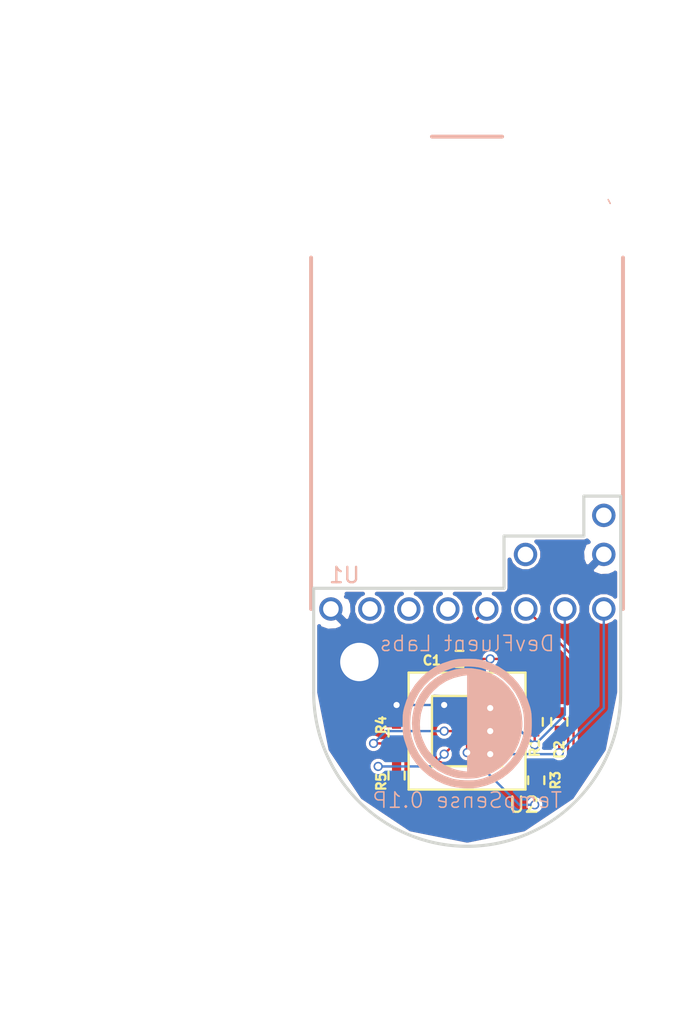
<source format=kicad_pcb>
(kicad_pcb (version 4) (host pcbnew 4.0.4-stable)

  (general
    (links 0)
    (no_connects 0)
    (area 141.564963 55.899999 171.800001 122.600001)
    (thickness 1.6)
    (drawings 15)
    (tracks 71)
    (zones 0)
    (modules 10)
    (nets 13)
  )

  (page A4)
  (layers
    (0 F.Cu signal)
    (31 B.Cu signal)
    (32 B.Adhes user)
    (33 F.Adhes user)
    (34 B.Paste user)
    (35 F.Paste user)
    (36 B.SilkS user)
    (37 F.SilkS user)
    (38 B.Mask user)
    (39 F.Mask user)
    (40 Dwgs.User user)
    (41 Cmts.User user)
    (42 Eco1.User user)
    (43 Eco2.User user)
    (44 Edge.Cuts user)
    (45 Margin user)
    (46 B.CrtYd user)
    (47 F.CrtYd user)
    (48 B.Fab user)
    (49 F.Fab user)
  )

  (setup
    (last_trace_width 0.25)
    (user_trace_width 0.1524)
    (user_trace_width 0.2)
    (user_trace_width 0.4)
    (user_trace_width 0.6)
    (user_trace_width 0.8)
    (user_trace_width 1)
    (trace_clearance 0.2)
    (zone_clearance 0.13)
    (zone_45_only yes)
    (trace_min 0.1524)
    (segment_width 0.2)
    (edge_width 0.2)
    (via_size 0.6)
    (via_drill 0.4)
    (via_min_size 0.4)
    (via_min_drill 0.3)
    (user_via 0.6 0.381)
    (uvia_size 0.3)
    (uvia_drill 0.1)
    (uvias_allowed no)
    (uvia_min_size 0.2)
    (uvia_min_drill 0.1)
    (pcb_text_width 0.3)
    (pcb_text_size 1.5 1.5)
    (mod_edge_width 0.15)
    (mod_text_size 1 1)
    (mod_text_width 0.15)
    (pad_size 1.524 1.524)
    (pad_drill 0.762)
    (pad_to_mask_clearance 0.2)
    (aux_axis_origin 0 0)
    (visible_elements 7FFFEF7F)
    (pcbplotparams
      (layerselection 0x010f0_80000001)
      (usegerberextensions false)
      (excludeedgelayer true)
      (linewidth 0.100000)
      (plotframeref false)
      (viasonmask false)
      (mode 1)
      (useauxorigin false)
      (hpglpennumber 1)
      (hpglpenspeed 20)
      (hpglpendiameter 15)
      (hpglpenoverlay 2)
      (psnegative false)
      (psa4output false)
      (plotreference true)
      (plotvalue true)
      (plotinvisibletext false)
      (padsonsilk false)
      (subtractmaskfromsilk false)
      (outputformat 1)
      (mirror false)
      (drillshape 0)
      (scaleselection 1)
      (outputdirectory gerbs/))
  )

  (net 0 "")
  (net 1 +BATT)
  (net 2 GND)
  (net 3 "Net-(U1-Pad5)")
  (net 4 "Net-(U1-Pad6)")
  (net 5 "Net-(U1-Pad7)")
  (net 6 VCC)
  (net 7 SCL)
  (net 8 SDA)
  (net 9 DTRD)
  (net 10 ADR1)
  (net 11 ADR0)
  (net 12 TEMP_EN)

  (net_class Default "This is the default net class."
    (clearance 0.2)
    (trace_width 0.25)
    (via_dia 0.6)
    (via_drill 0.4)
    (uvia_dia 0.3)
    (uvia_drill 0.1)
    (add_net +BATT)
    (add_net ADR0)
    (add_net ADR1)
    (add_net DTRD)
    (add_net GND)
    (add_net "Net-(U1-Pad5)")
    (add_net "Net-(U1-Pad6)")
    (add_net "Net-(U1-Pad7)")
    (add_net SCL)
    (add_net SDA)
    (add_net TEMP_EN)
    (add_net VCC)
  )

  (module idlehands_footprints:C_0402_Hand (layer F.Cu) (tedit 57C5D06A) (tstamp 58E32411)
    (at 156.5 98.8 180)
    (descr "Resistor SMD 0402, reflow soldering, Vishay (see dcrcw.pdf)")
    (tags "resistor 0402")
    (path /58E36BF7)
    (attr smd)
    (fp_text reference C1 (at 1.8 -0.1 180) (layer F.SilkS)
      (effects (font (size 0.6 0.6) (thickness 0.15)))
    )
    (fp_text value 0.1uF (at 0 1.25 180) (layer F.Fab) hide
      (effects (font (size 0.6 0.6) (thickness 0.15)))
    )
    (fp_line (start -0.95 -0.65) (end 0.95 -0.65) (layer F.CrtYd) (width 0.05))
    (fp_line (start -0.95 0.65) (end 0.95 0.65) (layer F.CrtYd) (width 0.05))
    (fp_line (start -0.95 -0.65) (end -0.95 0.65) (layer F.CrtYd) (width 0.05))
    (fp_line (start 0.95 -0.65) (end 0.95 0.65) (layer F.CrtYd) (width 0.05))
    (fp_line (start 0.25 -0.525) (end -0.25 -0.525) (layer F.SilkS) (width 0.15))
    (fp_line (start -0.25 0.525) (end 0.25 0.525) (layer F.SilkS) (width 0.15))
    (pad 1 smd rect (at -0.6 0 180) (size 0.7 0.6) (layers F.Cu F.Paste F.Mask)
      (net 12 TEMP_EN))
    (pad 2 smd rect (at 0.6 0 180) (size 0.7 0.6) (layers F.Cu F.Paste F.Mask)
      (net 2 GND))
    (model Resistors_SMD.3dshapes/R_0402.wrl
      (at (xyz 0 0 0))
      (scale (xyz 1 1 1))
      (rotate (xyz 0 0 0))
    )
  )

  (module idlehands_footprints:R_0402_Hand (layer F.Cu) (tedit 57C5D08B) (tstamp 58E3241D)
    (at 161.4 102.9 270)
    (descr "Resistor SMD 0402, reflow soldering, Vishay (see dcrcw.pdf)")
    (tags "resistor 0402")
    (path /58E4369E)
    (attr smd)
    (fp_text reference R1 (at 1.7 0 270) (layer F.SilkS)
      (effects (font (size 0.6 0.6) (thickness 0.15)))
    )
    (fp_text value 10k (at 0 1.25 270) (layer F.Fab) hide
      (effects (font (size 0.6 0.6) (thickness 0.15)))
    )
    (fp_line (start -0.95 -0.65) (end 0.95 -0.65) (layer F.CrtYd) (width 0.05))
    (fp_line (start -0.95 0.65) (end 0.95 0.65) (layer F.CrtYd) (width 0.05))
    (fp_line (start -0.95 -0.65) (end -0.95 0.65) (layer F.CrtYd) (width 0.05))
    (fp_line (start 0.95 -0.65) (end 0.95 0.65) (layer F.CrtYd) (width 0.05))
    (fp_line (start 0.25 -0.525) (end -0.25 -0.525) (layer F.SilkS) (width 0.15))
    (fp_line (start -0.25 0.525) (end 0.25 0.525) (layer F.SilkS) (width 0.15))
    (pad 1 smd rect (at -0.6 0 270) (size 0.7 0.6) (layers F.Cu F.Paste F.Mask)
      (net 12 TEMP_EN))
    (pad 2 smd rect (at 0.6 0 270) (size 0.7 0.6) (layers F.Cu F.Paste F.Mask)
      (net 7 SCL))
    (model Resistors_SMD.3dshapes/R_0402.wrl
      (at (xyz 0 0 0))
      (scale (xyz 1 1 1))
      (rotate (xyz 0 0 0))
    )
  )

  (module idlehands_footprints:R_0402_Hand (layer F.Cu) (tedit 57C5D08B) (tstamp 58E32429)
    (at 163 102.9 270)
    (descr "Resistor SMD 0402, reflow soldering, Vishay (see dcrcw.pdf)")
    (tags "resistor 0402")
    (path /58E43984)
    (attr smd)
    (fp_text reference R2 (at 1.8 0 270) (layer F.SilkS)
      (effects (font (size 0.6 0.6) (thickness 0.15)))
    )
    (fp_text value 10k (at 0 1.25 270) (layer F.Fab) hide
      (effects (font (size 0.6 0.6) (thickness 0.15)))
    )
    (fp_line (start -0.95 -0.65) (end 0.95 -0.65) (layer F.CrtYd) (width 0.05))
    (fp_line (start -0.95 0.65) (end 0.95 0.65) (layer F.CrtYd) (width 0.05))
    (fp_line (start -0.95 -0.65) (end -0.95 0.65) (layer F.CrtYd) (width 0.05))
    (fp_line (start 0.95 -0.65) (end 0.95 0.65) (layer F.CrtYd) (width 0.05))
    (fp_line (start 0.25 -0.525) (end -0.25 -0.525) (layer F.SilkS) (width 0.15))
    (fp_line (start -0.25 0.525) (end 0.25 0.525) (layer F.SilkS) (width 0.15))
    (pad 1 smd rect (at -0.6 0 270) (size 0.7 0.6) (layers F.Cu F.Paste F.Mask)
      (net 12 TEMP_EN))
    (pad 2 smd rect (at 0.6 0 270) (size 0.7 0.6) (layers F.Cu F.Paste F.Mask)
      (net 8 SDA))
    (model Resistors_SMD.3dshapes/R_0402.wrl
      (at (xyz 0 0 0))
      (scale (xyz 1 1 1))
      (rotate (xyz 0 0 0))
    )
  )

  (module idlehands_footprints:R_0402_Hand (layer F.Cu) (tedit 57C5D08B) (tstamp 58E32435)
    (at 161.5 106.7 270)
    (descr "Resistor SMD 0402, reflow soldering, Vishay (see dcrcw.pdf)")
    (tags "resistor 0402")
    (path /58E43A1C)
    (attr smd)
    (fp_text reference R3 (at 0 -1.25 270) (layer F.SilkS)
      (effects (font (size 0.6 0.6) (thickness 0.15)))
    )
    (fp_text value 10k (at 0 1.25 270) (layer F.Fab) hide
      (effects (font (size 0.6 0.6) (thickness 0.15)))
    )
    (fp_line (start -0.95 -0.65) (end 0.95 -0.65) (layer F.CrtYd) (width 0.05))
    (fp_line (start -0.95 0.65) (end 0.95 0.65) (layer F.CrtYd) (width 0.05))
    (fp_line (start -0.95 -0.65) (end -0.95 0.65) (layer F.CrtYd) (width 0.05))
    (fp_line (start 0.95 -0.65) (end 0.95 0.65) (layer F.CrtYd) (width 0.05))
    (fp_line (start 0.25 -0.525) (end -0.25 -0.525) (layer F.SilkS) (width 0.15))
    (fp_line (start -0.25 0.525) (end 0.25 0.525) (layer F.SilkS) (width 0.15))
    (pad 1 smd rect (at -0.6 0 270) (size 0.7 0.6) (layers F.Cu F.Paste F.Mask)
      (net 12 TEMP_EN))
    (pad 2 smd rect (at 0.6 0 270) (size 0.7 0.6) (layers F.Cu F.Paste F.Mask)
      (net 9 DTRD))
    (model Resistors_SMD.3dshapes/R_0402.wrl
      (at (xyz 0 0 0))
      (scale (xyz 1 1 1))
      (rotate (xyz 0 0 0))
    )
  )

  (module idlehands_footprints:R_0402_Hand (layer F.Cu) (tedit 57C5D08B) (tstamp 58E32441)
    (at 152.4 103.6 90)
    (descr "Resistor SMD 0402, reflow soldering, Vishay (see dcrcw.pdf)")
    (tags "resistor 0402")
    (path /58E45A59)
    (attr smd)
    (fp_text reference R4 (at 0.5 -1 90) (layer F.SilkS)
      (effects (font (size 0.6 0.6) (thickness 0.15)))
    )
    (fp_text value 10k (at 0 1.25 90) (layer F.Fab) hide
      (effects (font (size 0.6 0.6) (thickness 0.15)))
    )
    (fp_line (start -0.95 -0.65) (end 0.95 -0.65) (layer F.CrtYd) (width 0.05))
    (fp_line (start -0.95 0.65) (end 0.95 0.65) (layer F.CrtYd) (width 0.05))
    (fp_line (start -0.95 -0.65) (end -0.95 0.65) (layer F.CrtYd) (width 0.05))
    (fp_line (start 0.95 -0.65) (end 0.95 0.65) (layer F.CrtYd) (width 0.05))
    (fp_line (start 0.25 -0.525) (end -0.25 -0.525) (layer F.SilkS) (width 0.15))
    (fp_line (start -0.25 0.525) (end 0.25 0.525) (layer F.SilkS) (width 0.15))
    (pad 1 smd rect (at -0.6 0 90) (size 0.7 0.6) (layers F.Cu F.Paste F.Mask)
      (net 10 ADR1))
    (pad 2 smd rect (at 0.6 0 90) (size 0.7 0.6) (layers F.Cu F.Paste F.Mask)
      (net 2 GND))
    (model Resistors_SMD.3dshapes/R_0402.wrl
      (at (xyz 0 0 0))
      (scale (xyz 1 1 1))
      (rotate (xyz 0 0 0))
    )
  )

  (module idlehands_footprints:R_0402_Hand (layer F.Cu) (tedit 57C5D08B) (tstamp 58E3244D)
    (at 152.4 106.4 270)
    (descr "Resistor SMD 0402, reflow soldering, Vishay (see dcrcw.pdf)")
    (tags "resistor 0402")
    (path /58E45AF0)
    (attr smd)
    (fp_text reference R5 (at 0.4 1 270) (layer F.SilkS)
      (effects (font (size 0.6 0.6) (thickness 0.15)))
    )
    (fp_text value 10k (at 0 1.25 270) (layer F.Fab) hide
      (effects (font (size 0.6 0.6) (thickness 0.15)))
    )
    (fp_line (start -0.95 -0.65) (end 0.95 -0.65) (layer F.CrtYd) (width 0.05))
    (fp_line (start -0.95 0.65) (end 0.95 0.65) (layer F.CrtYd) (width 0.05))
    (fp_line (start -0.95 -0.65) (end -0.95 0.65) (layer F.CrtYd) (width 0.05))
    (fp_line (start 0.95 -0.65) (end 0.95 0.65) (layer F.CrtYd) (width 0.05))
    (fp_line (start 0.25 -0.525) (end -0.25 -0.525) (layer F.SilkS) (width 0.15))
    (fp_line (start -0.25 0.525) (end 0.25 0.525) (layer F.SilkS) (width 0.15))
    (pad 1 smd rect (at -0.6 0 270) (size 0.7 0.6) (layers F.Cu F.Paste F.Mask)
      (net 11 ADR0))
    (pad 2 smd rect (at 0.6 0 270) (size 0.7 0.6) (layers F.Cu F.Paste F.Mask)
      (net 2 GND))
    (model Resistors_SMD.3dshapes/R_0402.wrl
      (at (xyz 0 0 0))
      (scale (xyz 1 1 1))
      (rotate (xyz 0 0 0))
    )
  )

  (module idlehands_footprints:TMP006 (layer F.Cu) (tedit 58E31FC4) (tstamp 58E3277B)
    (at 156.992 103.5 180)
    (path /58E333CF)
    (fp_text reference U2 (at -3.708 -4.8 180) (layer F.SilkS)
      (effects (font (size 1 1) (thickness 0.15)))
    )
    (fp_text value TMP006 (at 0 -4.826 180) (layer F.Fab) hide
      (effects (font (size 1 1) (thickness 0.15)))
    )
    (fp_line (start -3.81 3.81) (end -3.81 -3.81) (layer F.SilkS) (width 0.15))
    (fp_line (start 3.81 3.81) (end -3.81 3.81) (layer F.SilkS) (width 0.15))
    (fp_line (start 3.81 -3.81) (end 3.81 3.81) (layer F.SilkS) (width 0.15))
    (fp_line (start -3.81 -3.81) (end 3.81 -3.81) (layer F.SilkS) (width 0.15))
    (fp_line (start -2.286 2.286) (end -2.286 -2.286) (layer F.SilkS) (width 0.15))
    (fp_line (start 2.286 2.286) (end -2.286 2.286) (layer F.SilkS) (width 0.15))
    (fp_line (start 2.286 -2.286) (end 2.286 2.286) (layer F.SilkS) (width 0.15))
    (fp_line (start -2.286 -2.286) (end 2.286 -2.286) (layer F.SilkS) (width 0.15))
    (pad A2 smd rect (at 0 0 180) (size 0.3048 0.3048) (layers F.Cu F.Paste F.Mask)
      (net 2 GND))
    (pad A2 smd circle (at 0 0.508 180) (size 0.381 0.381) (layers F.Cu F.Paste F.Mask)
      (net 2 GND))
    (pad A1 smd circle (at 0.508 0.508 180) (size 0.381 0.381) (layers F.Cu F.Paste F.Mask)
      (net 2 GND))
    (pad A3 smd circle (at -0.508 0.508 180) (size 0.381 0.381) (layers F.Cu F.Paste F.Mask)
      (net 12 TEMP_EN))
    (pad C1 smd circle (at 0.508 -0.508 180) (size 0.381 0.381) (layers F.Cu F.Paste F.Mask)
      (net 11 ADR0))
    (pad C2 smd circle (at 0 -0.508 180) (size 0.381 0.381) (layers F.Cu F.Paste F.Mask)
      (net 9 DTRD))
    (pad C3 smd circle (at -0.508 -0.508 180) (size 0.381 0.381) (layers F.Cu F.Paste F.Mask)
      (net 8 SDA))
    (pad B3 smd circle (at -0.508 0 180) (size 0.381 0.381) (layers F.Cu F.Paste F.Mask)
      (net 7 SCL))
    (pad B1 smd circle (at 0.508 0 180) (size 0.381 0.381) (layers F.Cu F.Paste F.Mask)
      (net 10 ADR1))
  )

  (module idlehands_footprints:Logo_DF (layer B.Cu) (tedit 0) (tstamp 58E338B0)
    (at 157 103 180)
    (fp_text reference G*** (at 0 0 180) (layer B.SilkS) hide
      (effects (font (thickness 0.3)) (justify mirror))
    )
    (fp_text value LOGO (at 0.75 0 180) (layer B.SilkS) hide
      (effects (font (thickness 0.3)) (justify mirror))
    )
    (fp_poly (pts (xy 0.270657 4.203591) (xy 0.479517 4.196721) (xy 0.649401 4.182418) (xy 0.803133 4.158349)
      (xy 0.963536 4.122181) (xy 1.060464 4.096931) (xy 1.628969 3.904048) (xy 2.150133 3.641874)
      (xy 2.629623 3.307141) (xy 2.985965 2.985966) (xy 3.380913 2.535655) (xy 3.700694 2.048187)
      (xy 3.948578 1.517898) (xy 4.09693 1.060465) (xy 4.140565 0.887048) (xy 4.170846 0.732568)
      (xy 4.190107 0.574201) (xy 4.200682 0.389123) (xy 4.204903 0.154512) (xy 4.205363 0)
      (xy 4.203591 -0.270657) (xy 4.196721 -0.479517) (xy 4.182418 -0.649401) (xy 4.158349 -0.803133)
      (xy 4.12218 -0.963536) (xy 4.09693 -1.060464) (xy 3.904047 -1.628969) (xy 3.641874 -2.150133)
      (xy 3.307141 -2.629623) (xy 2.985965 -2.985965) (xy 2.534616 -3.381727) (xy 2.047248 -3.701335)
      (xy 1.520326 -3.946819) (xy 1.060464 -4.093144) (xy 0.732482 -4.159181) (xy 0.364817 -4.20194)
      (xy -0.013362 -4.220106) (xy -0.372883 -4.212368) (xy -0.684575 -4.177412) (xy -0.709725 -4.172802)
      (xy -1.288693 -4.028437) (xy -1.813409 -3.824035) (xy -2.294356 -3.55413) (xy -2.742018 -3.21325)
      (xy -2.985966 -2.985442) (xy -3.380577 -2.536008) (xy -3.700275 -2.048962) (xy -3.948228 -1.518816)
      (xy -4.096931 -1.060464) (xy -4.140566 -0.887048) (xy -4.170847 -0.732568) (xy -4.190108 -0.5742)
      (xy -4.200682 -0.389123) (xy -4.204903 -0.154512) (xy -4.205272 -0.030461) (xy -3.709898 -0.030461)
      (xy -3.695842 -0.387573) (xy -3.657713 -0.714513) (xy -3.607631 -0.943546) (xy -3.411219 -1.484175)
      (xy -3.148024 -1.978749) (xy -2.823342 -2.422404) (xy -2.442468 -2.810275) (xy -2.010697 -3.137498)
      (xy -1.533326 -3.399208) (xy -1.015649 -3.590541) (xy -0.628061 -3.680724) (xy -0.409461 -3.704503)
      (xy -0.135787 -3.711699) (xy 0.165377 -3.703706) (xy 0.466447 -3.681917) (xy 0.739841 -3.647726)
      (xy 0.957974 -3.602525) (xy 0.966316 -3.600179) (xy 1.508244 -3.403474) (xy 2.001763 -3.138588)
      (xy 2.443179 -2.809241) (xy 2.828794 -2.419149) (xy 3.154912 -1.97203) (xy 3.417837 -1.471602)
      (xy 3.607631 -0.943546) (xy 3.665793 -0.662935) (xy 3.699882 -0.328987) (xy 3.709898 0.030461)
      (xy 3.695842 0.387573) (xy 3.657712 0.714514) (xy 3.607631 0.943547) (xy 3.4082 1.494998)
      (xy 3.1426 1.994572) (xy 2.81371 2.439391) (xy 2.42441 2.826574) (xy 1.977577 3.153242)
      (xy 1.476091 3.416518) (xy 0.943546 3.607631) (xy 0.65962 3.666438) (xy 0.322476 3.700529)
      (xy -0.040135 3.70993) (xy -0.400461 3.69467) (xy -0.730749 3.654775) (xy -0.9525 3.60577)
      (xy -1.498613 3.408617) (xy -1.994914 3.144041) (xy -2.438063 2.815389) (xy -2.82472 2.426011)
      (xy -3.151546 1.979254) (xy -3.4152 1.478469) (xy -3.607631 0.943547) (xy -3.665793 0.662935)
      (xy -3.699882 0.328987) (xy -3.709898 -0.030461) (xy -4.205272 -0.030461) (xy -4.205363 0)
      (xy -4.203591 0.270658) (xy -4.196721 0.479517) (xy -4.182418 0.649401) (xy -4.158349 0.803133)
      (xy -4.122181 0.963537) (xy -4.096931 1.060465) (xy -3.904048 1.628969) (xy -3.641874 2.150134)
      (xy -3.307141 2.629623) (xy -2.985966 2.985966) (xy -2.535655 3.380913) (xy -2.048187 3.700694)
      (xy -1.517898 3.948579) (xy -1.060465 4.096931) (xy -0.887048 4.140566) (xy -0.732568 4.170847)
      (xy -0.574201 4.190108) (xy -0.389123 4.200682) (xy -0.154512 4.204903) (xy 0 4.205363)
      (xy 0.270657 4.203591)) (layer B.SilkS) (width 0.01))
    (fp_poly (pts (xy 0.719976 3.527318) (xy 1.199777 3.393757) (xy 1.653442 3.197328) (xy 2.074755 2.942245)
      (xy 2.457503 2.632728) (xy 2.79547 2.272993) (xy 3.082443 1.867257) (xy 3.312205 1.419738)
      (xy 3.478542 0.934652) (xy 3.575241 0.416217) (xy 3.598333 0) (xy 3.557838 -0.540782)
      (xy 3.43999 -1.058728) (xy 3.250245 -1.547212) (xy 2.99406 -1.99961) (xy 2.67689 -2.409295)
      (xy 2.304192 -2.769642) (xy 1.881422 -3.074025) (xy 1.414035 -3.31582) (xy 0.907488 -3.488401)
      (xy 0.684193 -3.538686) (xy 0.400018 -3.575926) (xy 0.071679 -3.591612) (xy -0.265235 -3.585839)
      (xy -0.575132 -3.5587) (xy -0.719667 -3.535002) (xy -1.236178 -3.389477) (xy -1.716308 -3.171913)
      (xy -1.764811 -3.140611) (xy 0 -3.140611) (xy 0.22225 -3.112569) (xy 0.39479 -3.085652)
      (xy 0.592145 -3.047592) (xy 0.6985 -3.023885) (xy 0.849275 -2.97774) (xy 1.043578 -2.904123)
      (xy 1.250176 -2.81531) (xy 1.354667 -2.765939) (xy 1.53863 -2.671099) (xy 1.689507 -2.579464)
      (xy 1.829769 -2.474234) (xy 1.981888 -2.338606) (xy 2.161406 -2.162734) (xy 2.343023 -1.975776)
      (xy 2.478114 -1.822189) (xy 2.583592 -1.679278) (xy 2.67637 -1.524344) (xy 2.763582 -1.354667)
      (xy 2.912704 -1.022011) (xy 3.011516 -0.72229) (xy 3.066487 -0.425636) (xy 3.084085 -0.102176)
      (xy 3.079865 0.105833) (xy 3.020949 0.605609) (xy 2.885084 1.072529) (xy 2.670921 1.509633)
      (xy 2.377112 1.919958) (xy 2.17789 2.138565) (xy 1.780961 2.487377) (xy 1.350996 2.759778)
      (xy 0.882555 2.958443) (xy 0.370197 3.086054) (xy 0.201083 3.111671) (xy 0 3.137855)
      (xy 0 -3.140611) (xy -1.764811 -3.140611) (xy -2.154509 -2.88912) (xy -2.545234 -2.547911)
      (xy -2.882936 -2.155099) (xy -3.162066 -1.717496) (xy -3.377078 -1.241914) (xy -3.522424 -0.735165)
      (xy -3.592557 -0.204062) (xy -3.598333 0) (xy -3.558001 0.536921) (xy -3.440496 1.054514)
      (xy -3.251062 1.545021) (xy -2.994941 2.000683) (xy -2.677373 2.413739) (xy -2.3036 2.776431)
      (xy -1.878865 3.080999) (xy -1.408408 3.319684) (xy -1.336297 3.348522) (xy -0.814098 3.508611)
      (xy -0.293176 3.588962) (xy 0.220253 3.593792) (xy 0.719976 3.527318)) (layer B.SilkS) (width 0.01))
  )

  (module idlehands_footprints:LightBlueBean (layer B.Cu) (tedit 58E31CF5) (tstamp 58E324D3)
    (at 165.9 95.55 180)
    (path /58655C86)
    (fp_text reference U1 (at 16.9 2.2 180) (layer B.SilkS)
      (effects (font (size 1 1) (thickness 0.15)) (justify mirror))
    )
    (fp_text value LightBlueBean (at 9 2.4 180) (layer B.Fab)
      (effects (font (size 1 1) (thickness 0.15)) (justify mirror))
    )
    (fp_line (start 3.352483 30.0428) (end 3.098485 29.920882) (layer Dwgs.User) (width 0.1))
    (fp_line (start 3.098485 29.920882) (end 2.849561 29.791343) (layer Dwgs.User) (width 0.1))
    (fp_line (start 2.849561 29.791343) (end 2.605725 29.651641) (layer Dwgs.User) (width 0.1))
    (fp_line (start 2.605725 29.651641) (end 2.366963 29.504325) (layer Dwgs.User) (width 0.1))
    (fp_line (start 2.366963 29.504325) (end 2.133283 29.346846) (layer Dwgs.User) (width 0.1))
    (fp_line (start 2.133283 29.346846) (end 1.904683 29.184279) (layer Dwgs.User) (width 0.1))
    (fp_line (start 1.904683 29.184279) (end 1.683705 29.011565) (layer Dwgs.User) (width 0.1))
    (fp_line (start 1.683705 29.011565) (end 1.467801 28.831221) (layer Dwgs.User) (width 0.1))
    (fp_line (start 1.467801 28.831221) (end 1.259519 28.643264) (layer Dwgs.User) (width 0.1))
    (fp_line (start 1.259519 28.643264) (end 1.056325 28.447684) (layer Dwgs.User) (width 0.1))
    (fp_line (start 1.056325 28.447684) (end 0.860745 28.244483) (layer Dwgs.User) (width 0.1))
    (fp_line (start 0.860745 28.244483) (end 0.67278 28.0362) (layer Dwgs.User) (width 0.1))
    (fp_line (start 0.67278 28.0362) (end 0.492444 27.820304) (layer Dwgs.User) (width 0.1))
    (fp_line (start 0.492444 27.820304) (end 0.319722 27.599318) (layer Dwgs.User) (width 0.1))
    (fp_line (start 0.319722 27.599318) (end 0.157163 27.370726) (layer Dwgs.User) (width 0.1))
    (fp_line (start 0.157163 27.370726) (end -0.000316 27.137046) (layer Dwgs.User) (width 0.1))
    (fp_line (start -0.000316 27.137046) (end -0.147639 26.898284) (layer Dwgs.User) (width 0.1))
    (fp_line (start -0.147639 26.898284) (end -0.287341 26.654441) (layer Dwgs.User) (width 0.1))
    (fp_line (start -0.287341 26.654441) (end -0.416881 26.405524) (layer B.SilkS) (width 0.1))
    (fp_line (start -0.416881 26.405524) (end -0.538798 26.151519) (layer Dwgs.User) (width 0.1))
    (fp_line (start -0.538798 26.151519) (end -0.650561 25.89244) (layer Dwgs.User) (width 0.1))
    (fp_line (start -0.650561 25.89244) (end -0.754695 25.63082) (layer Dwgs.User) (width 0.1))
    (fp_line (start -0.754695 25.63082) (end -0.846141 25.366668) (layer Dwgs.User) (width 0.1))
    (fp_line (start -0.846141 25.366668) (end -0.929957 25.097426) (layer Dwgs.User) (width 0.1))
    (fp_line (start -0.929957 25.097426) (end -1.00616 24.828185) (layer Dwgs.User) (width 0.1))
    (fp_line (start -1.00616 24.828185) (end -1.069659 24.553862) (layer Dwgs.User) (width 0.1))
    (fp_line (start -1.069659 24.553862) (end -1.125537 24.277007) (layer Dwgs.User) (width 0.1))
    (fp_line (start -1.125537 24.277007) (end -1.168719 24.000144) (layer Dwgs.User) (width 0.1))
    (fp_line (start -1.168719 24.000144) (end -1.20428 23.72074) (layer Dwgs.User) (width 0.1))
    (fp_line (start -1.20428 23.72074) (end -1.229678 23.441344) (layer Dwgs.User) (width 0.1))
    (fp_line (start -1.229678 23.441344) (end -1.244914 23.16194) (layer Dwgs.User) (width 0.1))
    (fp_line (start -1.244914 23.16194) (end -1.249995 22.880004) (layer Dwgs.User) (width 0.1))
    (fp_line (start -1.249995 0) (end -1.249995 22.880004) (layer B.SilkS) (width 0.254))
    (fp_line (start 19.070005 22.880004) (end 19.070005 0) (layer B.SilkS) (width 0.254))
    (fp_line (start 19.070005 22.880004) (end 19.064923 23.16194) (layer Dwgs.User) (width 0.1))
    (fp_line (start 19.064923 23.16194) (end 19.04968 23.441344) (layer Dwgs.User) (width 0.1))
    (fp_line (start 19.04968 23.441344) (end 19.024282 23.72074) (layer Dwgs.User) (width 0.1))
    (fp_line (start 19.024282 23.72074) (end 18.988721 24.000144) (layer Dwgs.User) (width 0.1))
    (fp_line (start 18.988721 24.000144) (end 18.945539 24.277007) (layer Dwgs.User) (width 0.1))
    (fp_line (start 18.945539 24.277007) (end 18.889661 24.553862) (layer Dwgs.User) (width 0.1))
    (fp_line (start 18.889661 24.553862) (end 18.826161 24.828185) (layer Dwgs.User) (width 0.1))
    (fp_line (start 18.826161 24.828185) (end 18.749967 25.097426) (layer Dwgs.User) (width 0.1))
    (fp_line (start 18.749967 25.097426) (end 18.666143 25.366668) (layer Dwgs.User) (width 0.1))
    (fp_line (start 18.666143 25.366668) (end 18.574704 25.63082) (layer Dwgs.User) (width 0.1))
    (fp_line (start 18.574704 25.63082) (end 18.470563 25.89244) (layer Dwgs.User) (width 0.1))
    (fp_line (start 18.470563 25.89244) (end 18.3588 26.151519) (layer Dwgs.User) (width 0.1))
    (fp_line (start 18.3588 26.151519) (end 18.236882 26.405524) (layer Dwgs.User) (width 0.1))
    (fp_line (start 18.236882 26.405524) (end 18.107343 26.654441) (layer Dwgs.User) (width 0.1))
    (fp_line (start 18.107343 26.654441) (end 17.967641 26.898284) (layer Dwgs.User) (width 0.1))
    (fp_line (start 17.967641 26.898284) (end 17.820325 27.137046) (layer Dwgs.User) (width 0.1))
    (fp_line (start 17.820325 27.137046) (end 17.662839 27.370726) (layer Dwgs.User) (width 0.1))
    (fp_line (start 17.662839 27.370726) (end 17.500279 27.599318) (layer Dwgs.User) (width 0.1))
    (fp_line (start 17.500279 27.599318) (end 17.327565 27.820304) (layer Dwgs.User) (width 0.1))
    (fp_line (start 17.327565 27.820304) (end 17.147222 28.0362) (layer Dwgs.User) (width 0.1))
    (fp_line (start 17.147222 28.0362) (end 16.959264 28.244483) (layer Dwgs.User) (width 0.1))
    (fp_line (start 16.959264 28.244483) (end 16.763684 28.447684) (layer Dwgs.User) (width 0.1))
    (fp_line (start 16.763684 28.447684) (end 16.560483 28.643264) (layer Dwgs.User) (width 0.1))
    (fp_line (start 16.560483 28.643264) (end 16.352201 28.831221) (layer Dwgs.User) (width 0.1))
    (fp_line (start 16.352201 28.831221) (end 16.136304 29.011565) (layer Dwgs.User) (width 0.1))
    (fp_line (start 16.136304 29.011565) (end 15.915326 29.184279) (layer Dwgs.User) (width 0.1))
    (fp_line (start 15.915326 29.184279) (end 15.686719 29.346846) (layer Dwgs.User) (width 0.1))
    (fp_line (start 15.686719 29.346846) (end 15.453046 29.504325) (layer Dwgs.User) (width 0.1))
    (fp_line (start 15.453046 29.504325) (end 15.214284 29.651641) (layer Dwgs.User) (width 0.1))
    (fp_line (start 15.214284 29.651641) (end 14.970441 29.791343) (layer Dwgs.User) (width 0.1))
    (fp_line (start 14.970441 29.791343) (end 14.721524 29.920882) (layer Dwgs.User) (width 0.1))
    (fp_line (start 14.721524 29.920882) (end 14.467526 30.0428) (layer Dwgs.User) (width 0.1))
    (fp_line (start 14.467526 30.0428) (end 14.20844 30.154563) (layer Dwgs.User) (width 0.1))
    (fp_line (start 14.20844 30.154563) (end 13.94682 30.258704) (layer Dwgs.User) (width 0.1))
    (fp_line (start 13.94682 30.258704) (end 13.68266 30.350142) (layer Dwgs.User) (width 0.1))
    (fp_line (start 13.68266 30.350142) (end 13.413419 30.433959) (layer Dwgs.User) (width 0.1))
    (fp_line (start 13.413419 30.433959) (end 13.144185 30.510161) (layer Dwgs.User) (width 0.1))
    (fp_line (start 13.144185 30.510161) (end 12.869863 30.573661) (layer Dwgs.User) (width 0.1))
    (fp_line (start 12.869863 30.573661) (end 12.593 30.629546) (layer Dwgs.User) (width 0.1))
    (fp_line (start 12.593 30.629546) (end 12.316144 30.672721) (layer Dwgs.User) (width 0.1))
    (fp_line (start 12.316144 30.672721) (end 12.03674 30.708281) (layer Dwgs.User) (width 0.1))
    (fp_line (start 12.03674 30.708281) (end 11.757344 30.733687) (layer Dwgs.User) (width 0.1))
    (fp_line (start 11.757344 30.733687) (end 11.477941 30.748923) (layer Dwgs.User) (width 0.1))
    (fp_line (start 11.477941 30.748923) (end 11.196004 30.754004) (layer Dwgs.User) (width 0.1))
    (fp_line (start 6.624005 30.754004) (end 11.196004 30.754004) (layer B.SilkS) (width 0.254))
    (fp_line (start 6.624005 30.754004) (end 6.342061 30.748923) (layer Dwgs.User) (width 0.1))
    (fp_line (start 6.342061 30.748923) (end 6.062665 30.733687) (layer Dwgs.User) (width 0.1))
    (fp_line (start 6.062665 30.733687) (end 5.783261 30.708281) (layer Dwgs.User) (width 0.1))
    (fp_line (start 5.783261 30.708281) (end 5.503865 30.672721) (layer Dwgs.User) (width 0.1))
    (fp_line (start 5.503865 30.672721) (end 5.227002 30.629546) (layer Dwgs.User) (width 0.1))
    (fp_line (start 5.227002 30.629546) (end 4.950139 30.573661) (layer Dwgs.User) (width 0.1))
    (fp_line (start 4.950139 30.573661) (end 4.675824 30.510161) (layer Dwgs.User) (width 0.1))
    (fp_line (start 4.675824 30.510161) (end 4.406583 30.433959) (layer Dwgs.User) (width 0.1))
    (fp_line (start 4.406583 30.433959) (end 4.137342 30.350142) (layer Dwgs.User) (width 0.1))
    (fp_line (start 4.137342 30.350142) (end 3.873181 30.258704) (layer Dwgs.User) (width 0.1))
    (fp_line (start 3.873181 30.258704) (end 3.611562 30.154563) (layer Dwgs.User) (width 0.1))
    (fp_line (start 3.611562 30.154563) (end 3.352483 30.0428) (layer Dwgs.User) (width 0.1))
    (fp_circle (center 17.8 0.020003) (end 18.308 0.020003) (layer Dwgs.User) (width 0.1))
    (fp_circle (center 10.180005 0.020003) (end 10.688005 0.020003) (layer Dwgs.User) (width 0.1))
    (fp_circle (center 12.719998 0.020003) (end 13.227998 0.020003) (layer Dwgs.User) (width 0.1))
    (fp_circle (center 17.8 3.576003) (end 18.308 3.576003) (layer Dwgs.User) (width 0.1))
    (fp_circle (center 15.259999 0.020003) (end 15.767999 0.020003) (layer Dwgs.User) (width 0.1))
    (fp_circle (center 7.640004 0.020003) (end 8.148004 0.020003) (layer Dwgs.User) (width 0.1))
    (fp_circle (center 5.100003 0.020003) (end 5.608003 0.020003) (layer Dwgs.User) (width 0.1))
    (fp_circle (center 5.100003 3.576003) (end 5.608003 3.576003) (layer Dwgs.User) (width 0.1))
    (fp_circle (center 2.560002 0.020003) (end 3.068002 0.020003) (layer Dwgs.User) (width 0.1))
    (fp_circle (center 0.020001 0.020003) (end 0.528001 0.020003) (layer Dwgs.User) (width 0.1))
    (fp_circle (center 0.020001 3.576003) (end 0.528001 3.576003) (layer Dwgs.User) (width 0.1))
    (fp_circle (center 2.560002 3.576003) (end 3.068002 3.576003) (layer Dwgs.User) (width 0.1))
    (fp_circle (center 0.020001 6.116004) (end 0.528001 6.116004) (layer Dwgs.User) (width 0.1))
    (fp_circle (center 17.037999 20.594001) (end 17.545999 20.594001) (layer Dwgs.User) (width 0.1))
    (fp_circle (center 17.037999 23.134002) (end 17.545999 23.134002) (layer Dwgs.User) (width 0.1))
    (fp_circle (center 17.037999 25.674003) (end 17.545999 25.674003) (layer Dwgs.User) (width 0.1))
    (fp_line (start 14.834325 13.558196) (end 14.834325 29.558196) (layer Dwgs.User) (width 0.1))
    (fp_line (start 2.834325 13.558196) (end 14.834325 13.558196) (layer Dwgs.User) (width 0.1))
    (fp_line (start 2.834325 29.558196) (end 2.834325 13.558196) (layer Dwgs.User) (width 0.1))
    (fp_line (start 14.834325 29.558196) (end 2.834325 29.558196) (layer Dwgs.User) (width 0.1))
    (fp_line (start 9.984326 29.158194) (end 9.984326 27.558196) (layer Dwgs.User) (width 0.1))
    (fp_line (start 13.184323 29.158194) (end 9.984326 29.158194) (layer Dwgs.User) (width 0.1))
    (fp_line (start 13.184323 27.558196) (end 13.184323 29.158194) (layer Dwgs.User) (width 0.1))
    (fp_line (start 9.984326 27.558196) (end 13.184323 27.558196) (layer Dwgs.User) (width 0.1))
    (fp_line (start 2.83891 14.001792) (end 2.83891 24.977996) (layer Dwgs.User) (width 0.1))
    (fp_line (start 2.83891 24.977996) (end 14.827329 24.977996) (layer Dwgs.User) (width 0.1))
    (fp_line (start 14.827329 24.977996) (end 14.827329 14.001792) (layer Dwgs.User) (width 0.1))
    (fp_line (start 14.827329 14.001792) (end 2.83891 14.001792) (layer Dwgs.User) (width 0.1))
    (pad 1 thru_hole circle (at 0 0 180) (size 1.524 1.524) (drill 1.016) (layers *.Cu *.Mask)
      (net 8 SDA))
    (pad 2 thru_hole circle (at 2.54 0 180) (size 1.524 1.524) (drill 1.016) (layers *.Cu *.Mask)
      (net 7 SCL))
    (pad 3 thru_hole circle (at 5.08 0 180) (size 1.524 1.524) (drill 1.016) (layers *.Cu *.Mask)
      (net 9 DTRD))
    (pad 4 thru_hole circle (at 7.62 0 180) (size 1.524 1.524) (drill 1.016) (layers *.Cu *.Mask)
      (net 12 TEMP_EN))
    (pad 5 thru_hole circle (at 10.16 0 180) (size 1.524 1.524) (drill 1.016) (layers *.Cu *.Mask)
      (net 3 "Net-(U1-Pad5)"))
    (pad 6 thru_hole circle (at 12.7 0 180) (size 1.524 1.524) (drill 1.016) (layers *.Cu *.Mask)
      (net 4 "Net-(U1-Pad6)"))
    (pad 7 thru_hole circle (at 15.24 0 180) (size 1.524 1.524) (drill 1.016) (layers *.Cu *.Mask)
      (net 5 "Net-(U1-Pad7)"))
    (pad 8 thru_hole circle (at 17.78 0 180) (size 1.524 1.524) (drill 1.016) (layers *.Cu *.Mask)
      (net 2 GND))
    (pad 9 thru_hole circle (at 0 3.556 180) (size 1.524 1.524) (drill 1.016) (layers *.Cu *.Mask)
      (net 2 GND))
    (pad 10 thru_hole circle (at 0 6.096 180) (size 1.524 1.524) (drill 1.016) (layers *.Cu *.Mask)
      (net 1 +BATT))
    (pad 11 thru_hole circle (at 5.1 3.55 180) (size 1.524 1.524) (drill 1.016) (layers *.Cu *.Mask)
      (net 6 VCC))
  )

  (module idlehands_footprints:MountingHole_2.5mm_NO (layer F.Cu) (tedit 58479E6A) (tstamp 58E32D52)
    (at 150 99)
    (descr "Mounting hole, Befestigungsbohrung, 3mm, No Annular, Kein Restring,")
    (tags "Mounting hole, Befestigungsbohrung, 3mm, No Annular, Kein Restring,")
    (fp_text reference REF** (at 0 -4.0005) (layer F.SilkS) hide
      (effects (font (size 0.5 0.5) (thickness 0.125)))
    )
    (fp_text value MountingHole_2.5mm (at 1.00076 5.00126) (layer F.Fab) hide
      (effects (font (size 0.5 0.5) (thickness 0.125)))
    )
    (pad 1 thru_hole circle (at -0.025 0) (size 2.5 2.5) (drill 2.5) (layers *.Cu))
  )

  (dimension 12 (width 0.3) (layer Dwgs.User)
    (gr_text "12.000 mm" (at 132.85 105 90) (layer Dwgs.User)
      (effects (font (size 1.5 1.5) (thickness 0.3)))
    )
    (feature1 (pts (xy 157 99) (xy 131.5 99)))
    (feature2 (pts (xy 157 111) (xy 131.5 111)))
    (crossbar (pts (xy 134.2 111) (xy 134.2 99)))
    (arrow1a (pts (xy 134.2 99) (xy 134.786421 100.126504)))
    (arrow1b (pts (xy 134.2 99) (xy 133.613579 100.126504)))
    (arrow2a (pts (xy 134.2 111) (xy 134.786421 109.873496)))
    (arrow2b (pts (xy 134.2 111) (xy 133.613579 109.873496)))
  )
  (gr_circle (center 150 99) (end 152 99) (layer Dwgs.User) (width 0.2))
  (dimension 3 (width 0.3) (layer Cmts.User)
    (gr_text "3.000 mm" (at 148.5 113.75) (layer Cmts.User)
      (effects (font (size 1.5 1.5) (thickness 0.3)))
    )
    (feature1 (pts (xy 147 99) (xy 147 115.1)))
    (feature2 (pts (xy 150 99) (xy 150 115.1)))
    (crossbar (pts (xy 150 112.4) (xy 147 112.4)))
    (arrow1a (pts (xy 147 112.4) (xy 148.126504 111.813579)))
    (arrow1b (pts (xy 147 112.4) (xy 148.126504 112.986421)))
    (arrow2a (pts (xy 150 112.4) (xy 148.873496 111.813579)))
    (arrow2b (pts (xy 150 112.4) (xy 148.873496 112.986421)))
  )
  (dimension 4.8 (width 0.3) (layer Cmts.User)
    (gr_text "4.800 mm" (at 137.85 96.6 90) (layer Cmts.User)
      (effects (font (size 1.5 1.5) (thickness 0.3)))
    )
    (feature1 (pts (xy 150 94.2) (xy 136.5 94.2)))
    (feature2 (pts (xy 150 99) (xy 136.5 99)))
    (crossbar (pts (xy 139.2 99) (xy 139.2 94.2)))
    (arrow1a (pts (xy 139.2 94.2) (xy 139.786421 95.326504)))
    (arrow1b (pts (xy 139.2 94.2) (xy 138.613579 95.326504)))
    (arrow2a (pts (xy 139.2 99) (xy 139.786421 97.873496)))
    (arrow2b (pts (xy 139.2 99) (xy 138.613579 97.873496)))
  )
  (gr_text "DevFluent Labs\n" (at 157 97.8) (layer B.SilkS)
    (effects (font (size 1 1) (thickness 0.1)) (justify mirror))
  )
  (gr_text "TempSense 0.1P" (at 157 108) (layer B.SilkS)
    (effects (font (size 1 1) (thickness 0.1)) (justify mirror))
  )
  (gr_line (start 164.6 88.2) (end 167 88.2) (layer Edge.Cuts) (width 0.2))
  (gr_line (start 164.6 90.8) (end 164.6 88.2) (layer Edge.Cuts) (width 0.2))
  (gr_line (start 159.4 90.8) (end 164.6 90.8) (layer Edge.Cuts) (width 0.2))
  (gr_line (start 159.4 94.2) (end 159.4 90.8) (layer Edge.Cuts) (width 0.2))
  (gr_line (start 147 94.2) (end 159.4 94.2) (layer Edge.Cuts) (width 0.2))
  (gr_line (start 167 88.2) (end 167 101) (layer Edge.Cuts) (width 0.2))
  (gr_line (start 147 101) (end 147 94.2) (layer Edge.Cuts) (width 0.2))
  (gr_arc (start 157 101) (end 167 101) (angle 180) (layer Edge.Cuts) (width 0.2))
  (gr_line (start 157 122.5) (end 157 56) (layer Dwgs.User) (width 0.2))

  (segment (start 155.5 101.8) (end 152.4 101.8) (width 0.1524) (layer B.Cu) (net 2))
  (via (at 152.4 101.8) (size 0.6) (drill 0.4) (layers F.Cu B.Cu) (net 2))
  (segment (start 156.484 102.992) (end 155.5 102.008) (width 0.1524) (layer F.Cu) (net 2))
  (segment (start 155.5 102.008) (end 155.5 101.8) (width 0.1524) (layer F.Cu) (net 2))
  (via (at 155.5 101.8) (size 0.6) (drill 0.4) (layers F.Cu B.Cu) (net 2))
  (segment (start 156.992 103.5) (end 156.992 102.992) (width 0.1524) (layer F.Cu) (net 2))
  (segment (start 156.484 102.992) (end 156.992 102.992) (width 0.1524) (layer F.Cu) (net 2))
  (segment (start 161.4 104.4) (end 163.36 102.44) (width 0.1524) (layer B.Cu) (net 7))
  (segment (start 163.36 102.44) (end 163.36 95.55) (width 0.1524) (layer B.Cu) (net 7))
  (segment (start 161.4 104.4) (end 161.4 103.5) (width 0.1524) (layer F.Cu) (net 7))
  (segment (start 158.924264 103.5) (end 160.5 103.5) (width 0.1524) (layer B.Cu) (net 7))
  (segment (start 160.5 103.5) (end 161.4 104.4) (width 0.1524) (layer B.Cu) (net 7))
  (via (at 161.4 104.4) (size 0.6) (drill 0.4) (layers F.Cu B.Cu) (net 7))
  (segment (start 158.5 103.5) (end 158.924264 103.5) (width 0.1524) (layer B.Cu) (net 7))
  (segment (start 157.5 103.5) (end 158.5 103.5) (width 0.1524) (layer F.Cu) (net 7))
  (via (at 158.5 103.5) (size 0.6) (drill 0.4) (layers F.Cu B.Cu) (net 7))
  (segment (start 163 104.9) (end 165.9 102) (width 0.1524) (layer B.Cu) (net 8))
  (segment (start 165.9 102) (end 165.9 95.55) (width 0.1524) (layer B.Cu) (net 8))
  (segment (start 163 104.9) (end 163 103.5) (width 0.1524) (layer F.Cu) (net 8))
  (segment (start 158.5 105) (end 162.9 105) (width 0.1524) (layer B.Cu) (net 8))
  (segment (start 162.9 105) (end 163 104.9) (width 0.1524) (layer B.Cu) (net 8))
  (via (at 163 104.9) (size 0.6) (drill 0.4) (layers F.Cu B.Cu) (net 8))
  (segment (start 157.5 104.008) (end 157.508 104.008) (width 0.1524) (layer F.Cu) (net 8))
  (segment (start 157.508 104.008) (end 158.5 105) (width 0.1524) (layer F.Cu) (net 8))
  (via (at 158.5 105) (size 0.6) (drill 0.4) (layers F.Cu B.Cu) (net 8))
  (segment (start 161.5 107.3) (end 161.9524 107.3) (width 0.1524) (layer F.Cu) (net 9))
  (segment (start 161.9524 107.3) (end 163.928611 105.323789) (width 0.1524) (layer F.Cu) (net 9))
  (segment (start 163.928611 105.323789) (end 163.928611 98.658611) (width 0.1524) (layer F.Cu) (net 9))
  (segment (start 163.928611 98.658611) (end 161.581999 96.311999) (width 0.1524) (layer F.Cu) (net 9))
  (segment (start 161.581999 96.311999) (end 160.82 95.55) (width 0.1524) (layer F.Cu) (net 9))
  (segment (start 161.4 108.3) (end 161.4 107.4) (width 0.1524) (layer F.Cu) (net 9))
  (segment (start 161.4 107.4) (end 161.5 107.3) (width 0.1524) (layer F.Cu) (net 9))
  (segment (start 157 104.9) (end 160.4 108.3) (width 0.1524) (layer B.Cu) (net 9))
  (segment (start 160.4 108.3) (end 161.4 108.3) (width 0.1524) (layer B.Cu) (net 9))
  (via (at 161.4 108.3) (size 0.6) (drill 0.4) (layers F.Cu B.Cu) (net 9))
  (segment (start 156.992 104.008) (end 156.992 104.892) (width 0.1524) (layer F.Cu) (net 9))
  (segment (start 156.992 104.892) (end 157 104.9) (width 0.1524) (layer F.Cu) (net 9))
  (via (at 157 104.9) (size 0.6) (drill 0.4) (layers F.Cu B.Cu) (net 9))
  (segment (start 150.9 104.3) (end 152.3 104.3) (width 0.1524) (layer F.Cu) (net 10))
  (segment (start 152.3 104.3) (end 152.4 104.2) (width 0.1524) (layer F.Cu) (net 10))
  (segment (start 155.5 103.5) (end 151.7 103.5) (width 0.1524) (layer B.Cu) (net 10))
  (segment (start 151.7 103.5) (end 150.9 104.3) (width 0.1524) (layer B.Cu) (net 10))
  (via (at 150.9 104.3) (size 0.6) (drill 0.4) (layers F.Cu B.Cu) (net 10))
  (segment (start 156.484 103.5) (end 155.5 103.5) (width 0.1524) (layer F.Cu) (net 10))
  (via (at 155.5 103.5) (size 0.6) (drill 0.4) (layers F.Cu B.Cu) (net 10))
  (segment (start 151.2 105.8) (end 152.4 105.8) (width 0.1524) (layer F.Cu) (net 11))
  (segment (start 155.5 105) (end 154.7 105.8) (width 0.1524) (layer B.Cu) (net 11))
  (segment (start 154.7 105.8) (end 151.2 105.8) (width 0.1524) (layer B.Cu) (net 11))
  (via (at 151.2 105.8) (size 0.6) (drill 0.4) (layers F.Cu B.Cu) (net 11))
  (segment (start 156.484 104.008) (end 156.484 104.016) (width 0.1524) (layer F.Cu) (net 11))
  (segment (start 156.484 104.016) (end 155.5 105) (width 0.1524) (layer F.Cu) (net 11))
  (via (at 155.5 105) (size 0.6) (drill 0.4) (layers F.Cu B.Cu) (net 11))
  (segment (start 161.5 106.1) (end 162.652778 106.1) (width 0.1524) (layer F.Cu) (net 12))
  (segment (start 162.652778 106.1) (end 163.576201 105.176577) (width 0.1524) (layer F.Cu) (net 12))
  (segment (start 163.576201 105.176577) (end 163.576201 102.926201) (width 0.1524) (layer F.Cu) (net 12))
  (segment (start 163.576201 102.926201) (end 163 102.35) (width 0.1524) (layer F.Cu) (net 12))
  (segment (start 163 102.35) (end 163 102.3) (width 0.1524) (layer F.Cu) (net 12))
  (segment (start 163 102.3) (end 162.5476 102.3) (width 0.1524) (layer F.Cu) (net 12))
  (segment (start 162.5476 102.3) (end 161.4 102.3) (width 0.1524) (layer F.Cu) (net 12))
  (segment (start 160.5 98.8) (end 161.4 99.7) (width 0.1524) (layer F.Cu) (net 12))
  (segment (start 161.4 99.7) (end 161.4 102.3) (width 0.1524) (layer F.Cu) (net 12))
  (segment (start 158.5 98.8) (end 160.5 98.8) (width 0.1524) (layer F.Cu) (net 12))
  (segment (start 158.28 95.55) (end 157.1 96.73) (width 0.1524) (layer F.Cu) (net 12))
  (segment (start 157.1 96.73) (end 157.1 98.8) (width 0.1524) (layer F.Cu) (net 12))
  (segment (start 158.5 98.8) (end 157.1 98.8) (width 0.1524) (layer F.Cu) (net 12))
  (segment (start 158.5 101.575736) (end 158.5 98.8) (width 0.1524) (layer B.Cu) (net 12))
  (via (at 158.5 98.8) (size 0.6) (drill 0.4) (layers F.Cu B.Cu) (net 12))
  (segment (start 158.5 102) (end 158.5 101.575736) (width 0.1524) (layer B.Cu) (net 12))
  (segment (start 157.5 102.992) (end 157.508 102.992) (width 0.1524) (layer F.Cu) (net 12))
  (segment (start 157.508 102.992) (end 158.5 102) (width 0.1524) (layer F.Cu) (net 12))
  (via (at 158.5 102) (size 0.6) (drill 0.4) (layers F.Cu B.Cu) (net 12))

  (zone (net 0) (net_name "") (layer F.Cu) (tstamp 0) (hatch edge 0.508)
    (connect_pads (clearance 0.13))
    (min_thickness 0.254)
    (keepout (tracks allowed) (vias not_allowed) (copperpour not_allowed))
    (fill yes (arc_segments 16) (thermal_gap 0.508) (thermal_bridge_width 0.508))
    (polygon
      (pts
        (xy 153.2 99.7) (xy 160.8 99.7) (xy 160.8 107.3) (xy 153.2 107.3) (xy 153.2 101.1)
        (xy 154.7 101.1) (xy 154.7 105.8) (xy 159.3 105.8) (xy 159.3 101.2) (xy 153.2 101.1)
      )
    )
  )
  (zone (net 2) (net_name GND) (layer F.Cu) (tstamp 0) (hatch edge 0.508)
    (connect_pads (clearance 0.13))
    (min_thickness 0.254)
    (fill yes (arc_segments 16) (thermal_gap 0.508) (thermal_bridge_width 0.508))
    (polygon
      (pts
        (xy 142.2 86) (xy 171.3 86.1) (xy 171.8 115) (xy 143.5 115.5) (xy 141.8 85.9)
      )
    )
    (filled_polygon
      (pts
        (xy 164.919785 91.193393) (xy 164.677603 91.262857) (xy 164.490856 91.786302) (xy 164.518638 92.341368) (xy 164.677603 92.725143)
        (xy 164.919787 92.794608) (xy 165.720395 91.994) (xy 165.706253 91.979858) (xy 165.885858 91.800253) (xy 165.9 91.814395)
        (xy 165.914143 91.800253) (xy 166.093748 91.979858) (xy 166.079605 91.994) (xy 166.093748 92.008143) (xy 165.914143 92.187748)
        (xy 165.9 92.173605) (xy 165.099392 92.974213) (xy 165.168857 93.216397) (xy 165.692302 93.403144) (xy 166.247368 93.375362)
        (xy 166.631143 93.216397) (xy 166.643 93.175059) (xy 166.643 94.752874) (xy 166.517674 94.627329) (xy 166.117566 94.461189)
        (xy 165.684335 94.460811) (xy 165.283937 94.626252) (xy 164.977329 94.932326) (xy 164.811189 95.332434) (xy 164.810811 95.765665)
        (xy 164.976252 96.166063) (xy 165.282326 96.472671) (xy 165.682434 96.638811) (xy 166.115665 96.639189) (xy 166.516063 96.473748)
        (xy 166.643 96.347032) (xy 166.643 100.964841) (xy 165.902509 104.687539) (xy 163.813684 107.813686) (xy 160.687537 109.902509)
        (xy 157 110.636006) (xy 153.312461 109.902509) (xy 150.186314 107.813684) (xy 149.833561 107.28575) (xy 151.465 107.28575)
        (xy 151.465 107.476309) (xy 151.561673 107.709698) (xy 151.740301 107.888327) (xy 151.97369 107.985) (xy 152.11425 107.985)
        (xy 152.273 107.82625) (xy 152.273 107.127) (xy 151.62375 107.127) (xy 151.465 107.28575) (xy 149.833561 107.28575)
        (xy 148.097491 104.687537) (xy 147.667075 102.523691) (xy 151.465 102.523691) (xy 151.465 102.71425) (xy 151.62375 102.873)
        (xy 152.273 102.873) (xy 152.273 102.17375) (xy 152.11425 102.015) (xy 151.97369 102.015) (xy 151.740301 102.111673)
        (xy 151.561673 102.290302) (xy 151.465 102.523691) (xy 147.667075 102.523691) (xy 147.357 100.964841) (xy 147.357 98.37369)
        (xy 154.915 98.37369) (xy 154.915 98.51425) (xy 155.07375 98.673) (xy 155.773 98.673) (xy 155.773 98.02375)
        (xy 155.61425 97.865) (xy 155.423691 97.865) (xy 155.190302 97.961673) (xy 155.011673 98.140301) (xy 154.915 98.37369)
        (xy 147.357 98.37369) (xy 147.357 96.66133) (xy 147.388857 96.772397) (xy 147.912302 96.959144) (xy 148.467368 96.931362)
        (xy 148.851143 96.772397) (xy 148.920608 96.530213) (xy 148.12 95.729605) (xy 148.105858 95.743748) (xy 147.926253 95.564143)
        (xy 147.940395 95.55) (xy 147.926253 95.535858) (xy 148.105858 95.356253) (xy 148.12 95.370395) (xy 148.134143 95.356253)
        (xy 148.313748 95.535858) (xy 148.299605 95.55) (xy 149.100213 96.350608) (xy 149.342397 96.281143) (xy 149.529144 95.757698)
        (xy 149.501362 95.202632) (xy 149.342397 94.818857) (xy 149.100215 94.749393) (xy 149.215226 94.634382) (xy 149.137844 94.557)
        (xy 150.21154 94.557) (xy 150.043937 94.626252) (xy 149.737329 94.932326) (xy 149.571189 95.332434) (xy 149.570811 95.765665)
        (xy 149.736252 96.166063) (xy 150.042326 96.472671) (xy 150.442434 96.638811) (xy 150.875665 96.639189) (xy 151.276063 96.473748)
        (xy 151.582671 96.167674) (xy 151.748811 95.767566) (xy 151.749189 95.334335) (xy 151.583748 94.933937) (xy 151.277674 94.627329)
        (xy 151.108304 94.557) (xy 152.75154 94.557) (xy 152.583937 94.626252) (xy 152.277329 94.932326) (xy 152.111189 95.332434)
        (xy 152.110811 95.765665) (xy 152.276252 96.166063) (xy 152.582326 96.472671) (xy 152.982434 96.638811) (xy 153.415665 96.639189)
        (xy 153.816063 96.473748) (xy 154.122671 96.167674) (xy 154.288811 95.767566) (xy 154.289189 95.334335) (xy 154.123748 94.933937)
        (xy 153.817674 94.627329) (xy 153.648304 94.557) (xy 155.29154 94.557) (xy 155.123937 94.626252) (xy 154.817329 94.932326)
        (xy 154.651189 95.332434) (xy 154.650811 95.765665) (xy 154.816252 96.166063) (xy 155.122326 96.472671) (xy 155.522434 96.638811)
        (xy 155.955665 96.639189) (xy 156.356063 96.473748) (xy 156.662671 96.167674) (xy 156.828811 95.767566) (xy 156.829189 95.334335)
        (xy 156.663748 94.933937) (xy 156.357674 94.627329) (xy 156.188304 94.557) (xy 157.83154 94.557) (xy 157.663937 94.626252)
        (xy 157.357329 94.932326) (xy 157.191189 95.332434) (xy 157.190811 95.765665) (xy 157.279494 95.980296) (xy 156.814895 96.444895)
        (xy 156.727492 96.575702) (xy 156.6968 96.73) (xy 156.6968 98.048775) (xy 156.609698 97.961673) (xy 156.376309 97.865)
        (xy 156.18575 97.865) (xy 156.027 98.02375) (xy 156.027 98.673) (xy 156.047 98.673) (xy 156.047 98.927)
        (xy 156.027 98.927) (xy 156.027 98.947) (xy 155.773 98.947) (xy 155.773 98.927) (xy 155.07375 98.927)
        (xy 154.915 99.08575) (xy 154.915 99.22631) (xy 155.011673 99.459699) (xy 155.124975 99.573) (xy 153.2 99.573)
        (xy 153.153841 99.581685) (xy 153.111447 99.608965) (xy 153.083006 99.65059) (xy 153.073 99.7) (xy 153.073 102.124974)
        (xy 153.059699 102.111673) (xy 152.82631 102.015) (xy 152.68575 102.015) (xy 152.527 102.17375) (xy 152.527 102.873)
        (xy 152.547 102.873) (xy 152.547 103.127) (xy 152.527 103.127) (xy 152.527 103.147) (xy 152.273 103.147)
        (xy 152.273 103.127) (xy 151.62375 103.127) (xy 151.465 103.28575) (xy 151.465 103.476309) (xy 151.561673 103.709698)
        (xy 151.740301 103.888327) (xy 151.760757 103.8968) (xy 151.383443 103.8968) (xy 151.255631 103.768765) (xy 151.025265 103.673109)
        (xy 150.775829 103.672891) (xy 150.545297 103.768145) (xy 150.368765 103.944369) (xy 150.273109 104.174735) (xy 150.272891 104.424171)
        (xy 150.368145 104.654703) (xy 150.544369 104.831235) (xy 150.774735 104.926891) (xy 151.024171 104.927109) (xy 151.254703 104.831855)
        (xy 151.383583 104.7032) (xy 151.81 104.7032) (xy 151.861012 104.782474) (xy 151.970286 104.857138) (xy 152.1 104.883406)
        (xy 152.7 104.883406) (xy 152.821179 104.860605) (xy 152.932474 104.788988) (xy 153.007138 104.679714) (xy 153.033406 104.55)
        (xy 153.033406 103.899218) (xy 153.059699 103.888327) (xy 153.073 103.875026) (xy 153.073 106.124974) (xy 153.059699 106.111673)
        (xy 153.033406 106.100782) (xy 153.033406 105.45) (xy 153.010605 105.328821) (xy 152.938988 105.217526) (xy 152.829714 105.142862)
        (xy 152.7 105.116594) (xy 152.1 105.116594) (xy 151.978821 105.139395) (xy 151.867526 105.211012) (xy 151.792862 105.320286)
        (xy 151.777367 105.3968) (xy 151.683443 105.3968) (xy 151.555631 105.268765) (xy 151.325265 105.173109) (xy 151.075829 105.172891)
        (xy 150.845297 105.268145) (xy 150.668765 105.444369) (xy 150.573109 105.674735) (xy 150.572891 105.924171) (xy 150.668145 106.154703)
        (xy 150.844369 106.331235) (xy 151.074735 106.426891) (xy 151.324171 106.427109) (xy 151.542346 106.336961) (xy 151.465 106.523691)
        (xy 151.465 106.71425) (xy 151.62375 106.873) (xy 152.273 106.873) (xy 152.273 106.853) (xy 152.527 106.853)
        (xy 152.527 106.873) (xy 152.547 106.873) (xy 152.547 107.127) (xy 152.527 107.127) (xy 152.527 107.82625)
        (xy 152.68575 107.985) (xy 152.82631 107.985) (xy 153.059699 107.888327) (xy 153.238327 107.709698) (xy 153.335 107.476309)
        (xy 153.335 107.427) (xy 160.8 107.427) (xy 160.846159 107.418315) (xy 160.866594 107.405165) (xy 160.866594 107.65)
        (xy 160.889395 107.771179) (xy 160.949183 107.864091) (xy 160.868765 107.944369) (xy 160.773109 108.174735) (xy 160.772891 108.424171)
        (xy 160.868145 108.654703) (xy 161.044369 108.831235) (xy 161.274735 108.926891) (xy 161.524171 108.927109) (xy 161.754703 108.831855)
        (xy 161.931235 108.655631) (xy 162.026891 108.425265) (xy 162.027109 108.175829) (xy 161.934609 107.951963) (xy 162.032474 107.888988)
        (xy 162.107138 107.779714) (xy 162.132314 107.655392) (xy 162.237505 107.585105) (xy 164.213716 105.608895) (xy 164.301119 105.478087)
        (xy 164.310315 105.431855) (xy 164.331811 105.323789) (xy 164.331811 98.658611) (xy 164.301119 98.504313) (xy 164.261686 98.445297)
        (xy 164.213717 98.373506) (xy 161.867106 96.026896) (xy 161.867104 96.026893) (xy 161.820486 95.980275) (xy 161.908811 95.767566)
        (xy 161.908812 95.765665) (xy 162.270811 95.765665) (xy 162.436252 96.166063) (xy 162.742326 96.472671) (xy 163.142434 96.638811)
        (xy 163.575665 96.639189) (xy 163.976063 96.473748) (xy 164.282671 96.167674) (xy 164.448811 95.767566) (xy 164.449189 95.334335)
        (xy 164.283748 94.933937) (xy 163.977674 94.627329) (xy 163.577566 94.461189) (xy 163.144335 94.460811) (xy 162.743937 94.626252)
        (xy 162.437329 94.932326) (xy 162.271189 95.332434) (xy 162.270811 95.765665) (xy 161.908812 95.765665) (xy 161.909189 95.334335)
        (xy 161.743748 94.933937) (xy 161.437674 94.627329) (xy 161.037566 94.461189) (xy 160.604335 94.460811) (xy 160.203937 94.626252)
        (xy 159.897329 94.932326) (xy 159.731189 95.332434) (xy 159.730811 95.765665) (xy 159.896252 96.166063) (xy 160.202326 96.472671)
        (xy 160.602434 96.638811) (xy 161.035665 96.639189) (xy 161.250295 96.550506) (xy 161.296893 96.597104) (xy 161.296896 96.597106)
        (xy 163.525411 98.825622) (xy 163.525411 101.708249) (xy 163.429714 101.642862) (xy 163.3 101.616594) (xy 162.7 101.616594)
        (xy 162.578821 101.639395) (xy 162.467526 101.711012) (xy 162.392862 101.820286) (xy 162.377367 101.8968) (xy 162.023396 101.8968)
        (xy 162.010605 101.828821) (xy 161.938988 101.717526) (xy 161.829714 101.642862) (xy 161.8032 101.637493) (xy 161.8032 99.7)
        (xy 161.772508 99.545702) (xy 161.685105 99.414894) (xy 160.785105 98.514895) (xy 160.654298 98.427492) (xy 160.5 98.3968)
        (xy 158.983443 98.3968) (xy 158.855631 98.268765) (xy 158.625265 98.173109) (xy 158.375829 98.172891) (xy 158.145297 98.268145)
        (xy 158.016417 98.3968) (xy 157.763988 98.3968) (xy 157.760605 98.378821) (xy 157.688988 98.267526) (xy 157.579714 98.192862)
        (xy 157.5032 98.177367) (xy 157.5032 96.89701) (xy 157.849724 96.550486) (xy 158.062434 96.638811) (xy 158.495665 96.639189)
        (xy 158.896063 96.473748) (xy 159.202671 96.167674) (xy 159.368811 95.767566) (xy 159.369189 95.334335) (xy 159.203748 94.933937)
        (xy 158.897674 94.627329) (xy 158.728304 94.557) (xy 159.4 94.557) (xy 159.536618 94.529825) (xy 159.652437 94.452437)
        (xy 159.729825 94.336618) (xy 159.757 94.2) (xy 159.757 92.327451) (xy 159.876252 92.616063) (xy 160.182326 92.922671)
        (xy 160.582434 93.088811) (xy 161.015665 93.089189) (xy 161.416063 92.923748) (xy 161.722671 92.617674) (xy 161.888811 92.217566)
        (xy 161.889189 91.784335) (xy 161.723748 91.383937) (xy 161.497206 91.157) (xy 164.6 91.157) (xy 164.736618 91.129825)
        (xy 164.808312 91.08192)
      )
    )
    (filled_polygon
      (pts
        (xy 159.173 101.324935) (xy 159.173 105.673) (xy 154.827 105.673) (xy 154.827 103.624171) (xy 154.872891 103.624171)
        (xy 154.968145 103.854703) (xy 155.144369 104.031235) (xy 155.374735 104.126891) (xy 155.624171 104.127109) (xy 155.854703 104.031855)
        (xy 155.966576 103.920177) (xy 155.966539 103.96325) (xy 155.556741 104.373049) (xy 155.375829 104.372891) (xy 155.145297 104.468145)
        (xy 154.968765 104.644369) (xy 154.873109 104.874735) (xy 154.872891 105.124171) (xy 154.968145 105.354703) (xy 155.144369 105.531235)
        (xy 155.374735 105.626891) (xy 155.624171 105.627109) (xy 155.854703 105.531855) (xy 156.031235 105.355631) (xy 156.126891 105.125265)
        (xy 156.12705 104.94316) (xy 156.428236 104.641975) (xy 156.373109 104.774735) (xy 156.372891 105.024171) (xy 156.468145 105.254703)
        (xy 156.644369 105.431235) (xy 156.874735 105.526891) (xy 157.124171 105.527109) (xy 157.354703 105.431855) (xy 157.531235 105.255631)
        (xy 157.626891 105.025265) (xy 157.627109 104.775829) (xy 157.571828 104.642038) (xy 157.873049 104.94326) (xy 157.872891 105.124171)
        (xy 157.968145 105.354703) (xy 158.144369 105.531235) (xy 158.374735 105.626891) (xy 158.624171 105.627109) (xy 158.854703 105.531855)
        (xy 159.031235 105.355631) (xy 159.126891 105.125265) (xy 159.127109 104.875829) (xy 159.031855 104.645297) (xy 158.855631 104.468765)
        (xy 158.625265 104.373109) (xy 158.443161 104.37295) (xy 158.017553 103.947342) (xy 158.017589 103.905515) (xy 158.016685 103.903328)
        (xy 158.144369 104.031235) (xy 158.374735 104.126891) (xy 158.624171 104.127109) (xy 158.854703 104.031855) (xy 159.031235 103.855631)
        (xy 159.126891 103.625265) (xy 159.127109 103.375829) (xy 159.031855 103.145297) (xy 158.855631 102.968765) (xy 158.625265 102.873109)
        (xy 158.375829 102.872891) (xy 158.145297 102.968145) (xy 158.017112 103.096106) (xy 158.01741 103.095389) (xy 158.017447 103.052763)
        (xy 158.44326 102.626951) (xy 158.624171 102.627109) (xy 158.854703 102.531855) (xy 159.031235 102.355631) (xy 159.126891 102.125265)
        (xy 159.127109 101.875829) (xy 159.031855 101.645297) (xy 158.855631 101.468765) (xy 158.625265 101.373109) (xy 158.375829 101.372891)
        (xy 158.145297 101.468145) (xy 157.968765 101.644369) (xy 157.873109 101.874735) (xy 157.87295 102.056839) (xy 157.558288 102.371502)
        (xy 157.495589 102.308803) (xy 157.403724 102.400668) (xy 157.406486 102.25946) (xy 157.094604 102.156604) (xy 156.767102 102.18093)
        (xy 156.71979 102.200527) (xy 156.586604 102.156604) (xy 156.259102 102.18093) (xy 156.069514 102.25946) (xy 156.073172 102.446469)
        (xy 156.24576 102.619056) (xy 156.178946 102.82165) (xy 155.938469 102.581172) (xy 155.75146 102.577514) (xy 155.650517 102.883595)
        (xy 155.625265 102.873109) (xy 155.375829 102.872891) (xy 155.145297 102.968145) (xy 154.968765 103.144369) (xy 154.873109 103.374735)
        (xy 154.872891 103.624171) (xy 154.827 103.624171) (xy 154.827 101.253689)
      )
    )
  )
  (zone (net 2) (net_name GND) (layer B.Cu) (tstamp 58E32C14) (hatch edge 0.508)
    (connect_pads (clearance 0.13))
    (min_thickness 0.254)
    (fill yes (arc_segments 16) (thermal_gap 0.508) (thermal_bridge_width 0.508))
    (polygon
      (pts
        (xy 141.964963 85.978186) (xy 171.064963 86.078186) (xy 171.564963 114.978186) (xy 143.264963 115.478186) (xy 141.564963 85.878186)
      )
    )
    (filled_polygon
      (pts
        (xy 164.919785 91.193393) (xy 164.677603 91.262857) (xy 164.490856 91.786302) (xy 164.518638 92.341368) (xy 164.677603 92.725143)
        (xy 164.919787 92.794608) (xy 165.720395 91.994) (xy 165.706253 91.979858) (xy 165.885858 91.800253) (xy 165.9 91.814395)
        (xy 165.914143 91.800253) (xy 166.093748 91.979858) (xy 166.079605 91.994) (xy 166.093748 92.008143) (xy 165.914143 92.187748)
        (xy 165.9 92.173605) (xy 165.099392 92.974213) (xy 165.168857 93.216397) (xy 165.692302 93.403144) (xy 166.247368 93.375362)
        (xy 166.631143 93.216397) (xy 166.643 93.175059) (xy 166.643 94.752874) (xy 166.517674 94.627329) (xy 166.117566 94.461189)
        (xy 165.684335 94.460811) (xy 165.283937 94.626252) (xy 164.977329 94.932326) (xy 164.811189 95.332434) (xy 164.810811 95.765665)
        (xy 164.976252 96.166063) (xy 165.282326 96.472671) (xy 165.4968 96.561729) (xy 165.4968 101.832989) (xy 163.056741 104.273049)
        (xy 162.875829 104.272891) (xy 162.645297 104.368145) (xy 162.468765 104.544369) (xy 162.446994 104.5968) (xy 161.997187 104.5968)
        (xy 162.026891 104.525265) (xy 162.02705 104.34316) (xy 163.645106 102.725105) (xy 163.71073 102.626891) (xy 163.732508 102.594298)
        (xy 163.7632 102.44) (xy 163.7632 96.561701) (xy 163.976063 96.473748) (xy 164.282671 96.167674) (xy 164.448811 95.767566)
        (xy 164.449189 95.334335) (xy 164.283748 94.933937) (xy 163.977674 94.627329) (xy 163.577566 94.461189) (xy 163.144335 94.460811)
        (xy 162.743937 94.626252) (xy 162.437329 94.932326) (xy 162.271189 95.332434) (xy 162.270811 95.765665) (xy 162.436252 96.166063)
        (xy 162.742326 96.472671) (xy 162.9568 96.561729) (xy 162.9568 102.272989) (xy 161.456741 103.773049) (xy 161.34316 103.77295)
        (xy 160.927 103.35679) (xy 160.927 99.7) (xy 160.918315 99.653841) (xy 160.891035 99.611447) (xy 160.84941 99.583006)
        (xy 160.8 99.573) (xy 158.9032 99.573) (xy 158.9032 99.283443) (xy 159.031235 99.155631) (xy 159.126891 98.925265)
        (xy 159.127109 98.675829) (xy 159.031855 98.445297) (xy 158.855631 98.268765) (xy 158.625265 98.173109) (xy 158.375829 98.172891)
        (xy 158.145297 98.268145) (xy 157.968765 98.444369) (xy 157.873109 98.674735) (xy 157.872891 98.924171) (xy 157.968145 99.154703)
        (xy 158.0968 99.283583) (xy 158.0968 99.573) (xy 153.2 99.573) (xy 153.153841 99.581685) (xy 153.111447 99.608965)
        (xy 153.083006 99.65059) (xy 153.073 99.7) (xy 153.073 103.0968) (xy 151.7 103.0968) (xy 151.545702 103.127492)
        (xy 151.414895 103.214894) (xy 150.95674 103.673049) (xy 150.775829 103.672891) (xy 150.545297 103.768145) (xy 150.368765 103.944369)
        (xy 150.273109 104.174735) (xy 150.272891 104.424171) (xy 150.368145 104.654703) (xy 150.544369 104.831235) (xy 150.774735 104.926891)
        (xy 151.024171 104.927109) (xy 151.254703 104.831855) (xy 151.431235 104.655631) (xy 151.526891 104.425265) (xy 151.52705 104.24316)
        (xy 151.867011 103.9032) (xy 153.073 103.9032) (xy 153.073 105.3968) (xy 151.683443 105.3968) (xy 151.555631 105.268765)
        (xy 151.325265 105.173109) (xy 151.075829 105.172891) (xy 150.845297 105.268145) (xy 150.668765 105.444369) (xy 150.573109 105.674735)
        (xy 150.572891 105.924171) (xy 150.668145 106.154703) (xy 150.844369 106.331235) (xy 151.074735 106.426891) (xy 151.324171 106.427109)
        (xy 151.554703 106.331855) (xy 151.683583 106.2032) (xy 153.073 106.2032) (xy 153.073 107.3) (xy 153.081685 107.346159)
        (xy 153.108965 107.388553) (xy 153.15059 107.416994) (xy 153.2 107.427) (xy 158.956789 107.427) (xy 160.114894 108.585105)
        (xy 160.219055 108.654703) (xy 160.245702 108.672508) (xy 160.4 108.7032) (xy 160.916557 108.7032) (xy 161.044369 108.831235)
        (xy 161.274735 108.926891) (xy 161.524171 108.927109) (xy 161.754703 108.831855) (xy 161.931235 108.655631) (xy 162.026891 108.425265)
        (xy 162.027109 108.175829) (xy 161.931855 107.945297) (xy 161.755631 107.768765) (xy 161.525265 107.673109) (xy 161.275829 107.672891)
        (xy 161.045297 107.768145) (xy 160.916417 107.8968) (xy 160.567011 107.8968) (xy 160.097211 107.427) (xy 160.8 107.427)
        (xy 160.846159 107.418315) (xy 160.888553 107.391035) (xy 160.916994 107.34941) (xy 160.927 107.3) (xy 160.927 105.4032)
        (xy 162.616383 105.4032) (xy 162.644369 105.431235) (xy 162.874735 105.526891) (xy 163.124171 105.527109) (xy 163.354703 105.431855)
        (xy 163.531235 105.255631) (xy 163.626891 105.025265) (xy 163.62705 104.84316) (xy 166.185105 102.285106) (xy 166.272508 102.154298)
        (xy 166.278283 102.125265) (xy 166.3032 102) (xy 166.3032 96.561701) (xy 166.516063 96.473748) (xy 166.643 96.347032)
        (xy 166.643 100.964841) (xy 165.902509 104.687539) (xy 163.813684 107.813686) (xy 160.687537 109.902509) (xy 157 110.636006)
        (xy 153.312461 109.902509) (xy 150.186314 107.813684) (xy 148.097491 104.687537) (xy 147.357 100.964841) (xy 147.357 96.66133)
        (xy 147.388857 96.772397) (xy 147.912302 96.959144) (xy 148.467368 96.931362) (xy 148.851143 96.772397) (xy 148.920608 96.530213)
        (xy 148.12 95.729605) (xy 148.105858 95.743748) (xy 147.926253 95.564143) (xy 147.940395 95.55) (xy 147.926253 95.535858)
        (xy 148.105858 95.356253) (xy 148.12 95.370395) (xy 148.134143 95.356253) (xy 148.313748 95.535858) (xy 148.299605 95.55)
        (xy 149.100213 96.350608) (xy 149.342397 96.281143) (xy 149.529144 95.757698) (xy 149.501362 95.202632) (xy 149.342397 94.818857)
        (xy 149.100215 94.749393) (xy 149.215226 94.634382) (xy 149.137844 94.557) (xy 150.21154 94.557) (xy 150.043937 94.626252)
        (xy 149.737329 94.932326) (xy 149.571189 95.332434) (xy 149.570811 95.765665) (xy 149.736252 96.166063) (xy 150.042326 96.472671)
        (xy 150.442434 96.638811) (xy 150.875665 96.639189) (xy 151.276063 96.473748) (xy 151.582671 96.167674) (xy 151.748811 95.767566)
        (xy 151.749189 95.334335) (xy 151.583748 94.933937) (xy 151.277674 94.627329) (xy 151.108304 94.557) (xy 152.75154 94.557)
        (xy 152.583937 94.626252) (xy 152.277329 94.932326) (xy 152.111189 95.332434) (xy 152.110811 95.765665) (xy 152.276252 96.166063)
        (xy 152.582326 96.472671) (xy 152.982434 96.638811) (xy 153.415665 96.639189) (xy 153.816063 96.473748) (xy 154.122671 96.167674)
        (xy 154.288811 95.767566) (xy 154.289189 95.334335) (xy 154.123748 94.933937) (xy 153.817674 94.627329) (xy 153.648304 94.557)
        (xy 155.29154 94.557) (xy 155.123937 94.626252) (xy 154.817329 94.932326) (xy 154.651189 95.332434) (xy 154.650811 95.765665)
        (xy 154.816252 96.166063) (xy 155.122326 96.472671) (xy 155.522434 96.638811) (xy 155.955665 96.639189) (xy 156.356063 96.473748)
        (xy 156.662671 96.167674) (xy 156.828811 95.767566) (xy 156.829189 95.334335) (xy 156.663748 94.933937) (xy 156.357674 94.627329)
        (xy 156.188304 94.557) (xy 157.83154 94.557) (xy 157.663937 94.626252) (xy 157.357329 94.932326) (xy 157.191189 95.332434)
        (xy 157.190811 95.765665) (xy 157.356252 96.166063) (xy 157.662326 96.472671) (xy 158.062434 96.638811) (xy 158.495665 96.639189)
        (xy 158.896063 96.473748) (xy 159.202671 96.167674) (xy 159.368811 95.767566) (xy 159.368812 95.765665) (xy 159.730811 95.765665)
        (xy 159.896252 96.166063) (xy 160.202326 96.472671) (xy 160.602434 96.638811) (xy 161.035665 96.639189) (xy 161.436063 96.473748)
        (xy 161.742671 96.167674) (xy 161.908811 95.767566) (xy 161.909189 95.334335) (xy 161.743748 94.933937) (xy 161.437674 94.627329)
        (xy 161.037566 94.461189) (xy 160.604335 94.460811) (xy 160.203937 94.626252) (xy 159.897329 94.932326) (xy 159.731189 95.332434)
        (xy 159.730811 95.765665) (xy 159.368812 95.765665) (xy 159.369189 95.334335) (xy 159.203748 94.933937) (xy 158.897674 94.627329)
        (xy 158.728304 94.557) (xy 159.4 94.557) (xy 159.536618 94.529825) (xy 159.652437 94.452437) (xy 159.729825 94.336618)
        (xy 159.757 94.2) (xy 159.757 92.327451) (xy 159.876252 92.616063) (xy 160.182326 92.922671) (xy 160.582434 93.088811)
        (xy 161.015665 93.089189) (xy 161.416063 92.923748) (xy 161.722671 92.617674) (xy 161.888811 92.217566) (xy 161.889189 91.784335)
        (xy 161.723748 91.383937) (xy 161.497206 91.157) (xy 164.6 91.157) (xy 164.736618 91.129825) (xy 164.808312 91.08192)
      )
    )
    (filled_polygon
      (pts
        (xy 158.0968 101.307292) (xy 158.0968 101.516557) (xy 157.968765 101.644369) (xy 157.873109 101.874735) (xy 157.872891 102.124171)
        (xy 157.968145 102.354703) (xy 158.144369 102.531235) (xy 158.374735 102.626891) (xy 158.624171 102.627109) (xy 158.854703 102.531855)
        (xy 159.031235 102.355631) (xy 159.126891 102.125265) (xy 159.127109 101.875829) (xy 159.031855 101.645297) (xy 158.9032 101.516417)
        (xy 158.9032 101.320512) (xy 159.173 101.324935) (xy 159.173 103.0968) (xy 158.983443 103.0968) (xy 158.855631 102.968765)
        (xy 158.625265 102.873109) (xy 158.375829 102.872891) (xy 158.145297 102.968145) (xy 157.968765 103.144369) (xy 157.873109 103.374735)
        (xy 157.872891 103.624171) (xy 157.968145 103.854703) (xy 158.144369 104.031235) (xy 158.374735 104.126891) (xy 158.624171 104.127109)
        (xy 158.854703 104.031855) (xy 158.983583 103.9032) (xy 159.173 103.9032) (xy 159.173 104.5968) (xy 158.983443 104.5968)
        (xy 158.855631 104.468765) (xy 158.625265 104.373109) (xy 158.375829 104.372891) (xy 158.145297 104.468145) (xy 157.968765 104.644369)
        (xy 157.873109 104.874735) (xy 157.872891 105.124171) (xy 157.928173 105.257962) (xy 157.626951 104.956741) (xy 157.627109 104.775829)
        (xy 157.531855 104.545297) (xy 157.355631 104.368765) (xy 157.125265 104.273109) (xy 156.875829 104.272891) (xy 156.645297 104.368145)
        (xy 156.468765 104.544369) (xy 156.373109 104.774735) (xy 156.372891 105.024171) (xy 156.468145 105.254703) (xy 156.644369 105.431235)
        (xy 156.874735 105.526891) (xy 157.05684 105.52705) (xy 157.20279 105.673) (xy 155.397211 105.673) (xy 155.44326 105.626951)
        (xy 155.624171 105.627109) (xy 155.854703 105.531855) (xy 156.031235 105.355631) (xy 156.126891 105.125265) (xy 156.127109 104.875829)
        (xy 156.031855 104.645297) (xy 155.855631 104.468765) (xy 155.625265 104.373109) (xy 155.375829 104.372891) (xy 155.145297 104.468145)
        (xy 154.968765 104.644369) (xy 154.873109 104.874735) (xy 154.87295 105.05684) (xy 154.827 105.102789) (xy 154.827 103.9032)
        (xy 155.016557 103.9032) (xy 155.144369 104.031235) (xy 155.374735 104.126891) (xy 155.624171 104.127109) (xy 155.854703 104.031855)
        (xy 156.031235 103.855631) (xy 156.126891 103.625265) (xy 156.127109 103.375829) (xy 156.031855 103.145297) (xy 155.855631 102.968765)
        (xy 155.625265 102.873109) (xy 155.375829 102.872891) (xy 155.145297 102.968145) (xy 155.016417 103.0968) (xy 154.827 103.0968)
        (xy 154.827 101.253689)
      )
    )
  )
  (zone (net 0) (net_name "") (layer B.Cu) (tstamp 58E32C5F) (hatch edge 0.508)
    (connect_pads (clearance 0.13))
    (min_thickness 0.254)
    (keepout (tracks allowed) (vias not_allowed) (copperpour not_allowed))
    (fill yes (arc_segments 16) (thermal_gap 0.508) (thermal_bridge_width 0.508))
    (polygon
      (pts
        (xy 160.8 107.3) (xy 153.2 107.3) (xy 153.2 101.1) (xy 153.2 99.7) (xy 160.8 99.7)
      )
    )
    (polygon
      (pts        (xy 154.7 105.8) (xy 159.3 105.8) (xy 159.3 101.2) (xy 154.7 101.12459)
      )
    )
  )
)

</source>
